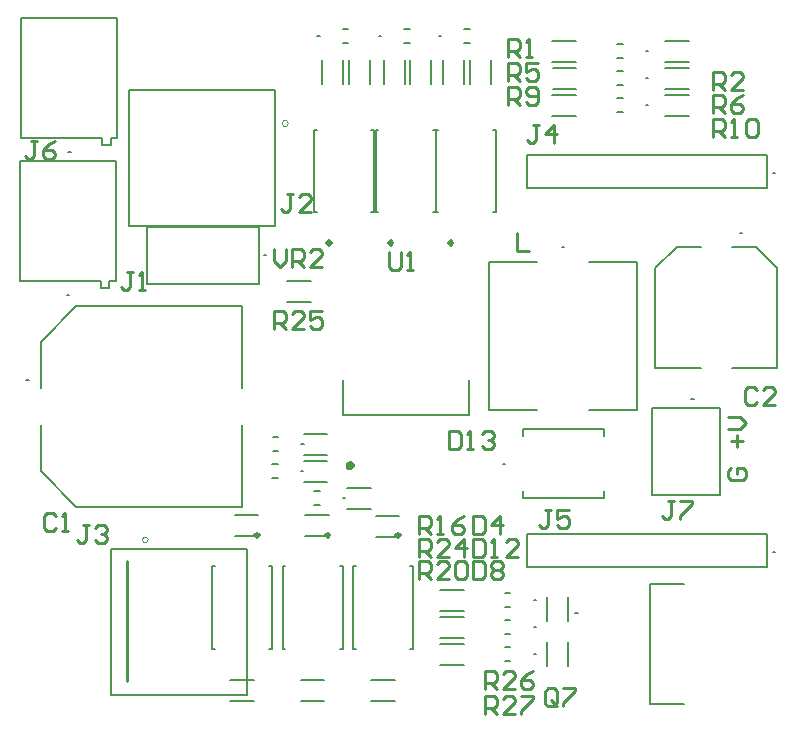
<source format=gto>
G04*
G04 #@! TF.GenerationSoftware,Altium Limited,Altium Designer,19.0.10 (269)*
G04*
G04 Layer_Color=65535*
%FSLAX25Y25*%
%MOIN*%
G70*
G01*
G75*
%ADD10C,0.00787*%
%ADD11C,0.01181*%
%ADD12C,0.01575*%
%ADD13C,0.00000*%
%ADD14C,0.00500*%
%ADD15C,0.01000*%
D10*
X243339Y490000D02*
X242551D01*
X243339D01*
X223339D02*
X222551D01*
X223339D01*
X202839D02*
X202051D01*
X202839D01*
X264709Y347500D02*
X263921D01*
X264709D01*
X197520Y354000D02*
X196732D01*
X197520D01*
X274949Y284000D02*
X274161D01*
X274949D01*
Y293000D02*
X274161D01*
X274949D01*
X312449Y485000D02*
X311661D01*
X312449D01*
Y476000D02*
X311661D01*
X312449D01*
X284394Y419803D02*
X283606D01*
X284394D01*
X185063Y417000D02*
X184276D01*
X185063D01*
X354579Y318000D02*
X353791D01*
X354579D01*
X288784Y297736D02*
X287996D01*
X288784D01*
X197449Y345000D02*
X196661D01*
X197449D01*
X312449Y467000D02*
X311661D01*
X312449D01*
X211378Y336000D02*
X210591D01*
X211378D01*
X274949Y302000D02*
X274161D01*
X274949D01*
X327461Y368980D02*
X326673D01*
X327461D01*
X354579Y444500D02*
X353791D01*
X354579D01*
X343661Y424303D02*
X342874D01*
X343661D01*
X119894Y451394D02*
X119106D01*
X119894D01*
X119394Y403614D02*
X118606D01*
X119394D01*
X105831Y375358D02*
X105043D01*
X105831D01*
D11*
X247091Y420984D02*
X246500Y421575D01*
X245910Y420984D01*
X246500Y420394D01*
X247091Y420984D01*
X227091D02*
X226500Y421575D01*
X225909Y420984D01*
X226500Y420394D01*
X227091Y420984D01*
X206591D02*
X206000Y421575D01*
X205410Y420984D01*
X206000Y420394D01*
X206591Y420984D01*
X229591Y323516D02*
X229000Y324106D01*
X228410Y323516D01*
X229000Y322925D01*
X229591Y323516D01*
X206090D02*
X205500Y324106D01*
X204909Y323516D01*
X205500Y322925D01*
X206090Y323516D01*
X182591D02*
X182000Y324106D01*
X181409Y323516D01*
X182000Y322925D01*
X182591Y323516D01*
D12*
X213587Y346972D02*
X213042Y347721D01*
X212162Y347435D01*
Y346510D01*
X213042Y346224D01*
X213587Y346972D01*
D13*
X145468Y322295D02*
X144968Y323161D01*
X143968D01*
X143468Y322295D01*
X143968Y321429D01*
X144968D01*
X145468Y322295D01*
X192138Y461031D02*
X191638Y461898D01*
X190638D01*
X190138Y461031D01*
X190638Y460166D01*
X191638D01*
X192138Y461031D01*
D14*
X251095Y487539D02*
X252906D01*
X251095Y492461D02*
X252906D01*
X260004Y474063D02*
Y481937D01*
X252996Y474063D02*
Y481937D01*
X251004Y474063D02*
Y481937D01*
X243996Y474063D02*
Y481937D01*
X231095Y487539D02*
X232906D01*
X231095Y492461D02*
X232906D01*
X210595Y487539D02*
X212405D01*
X210595Y492461D02*
X212405D01*
X260569Y431220D02*
X261500D01*
Y458779D01*
X260569D02*
X261500D01*
X241500D02*
X242431D01*
X241500Y431220D02*
Y458779D01*
Y431220D02*
X242431D01*
X240569D02*
X241500D01*
Y458779D01*
X240569D02*
X241500D01*
X221500D02*
X222431D01*
X221500Y431220D02*
Y458779D01*
Y431220D02*
X222431D01*
X220069D02*
X221000D01*
Y458779D01*
X220069D02*
X221000D01*
X201000D02*
X201931D01*
X201000Y431220D02*
Y458779D01*
Y431220D02*
X201931D01*
X240004Y474063D02*
Y481937D01*
X232996Y474063D02*
Y481937D01*
X231185Y474063D02*
Y481937D01*
X224177Y474063D02*
Y481937D01*
X219504Y474063D02*
Y481937D01*
X212496Y474063D02*
Y481937D01*
X210504Y474063D02*
Y481937D01*
X203496Y474063D02*
Y481937D01*
X270466Y359114D02*
X297533D01*
X270466Y335886D02*
X297533D01*
Y338445D01*
Y356555D02*
Y359114D01*
X270466Y335886D02*
Y338445D01*
Y356555D02*
Y359114D01*
X187165Y356461D02*
X188976D01*
X187165Y351539D02*
X188976D01*
X264595Y286461D02*
X266406D01*
X264595Y281539D02*
X266406D01*
X264595Y295461D02*
X266406D01*
X264595Y290539D02*
X266406D01*
X214000Y313280D02*
X214931D01*
X214000Y285720D02*
Y313280D01*
Y285720D02*
X214931D01*
X233069D02*
X234000D01*
Y313280D01*
X233069D02*
X234000D01*
X220063Y268496D02*
X227937D01*
X220063Y275504D02*
X227937D01*
X196563Y268496D02*
X204437D01*
X196563Y275504D02*
X204437D01*
X173063Y268496D02*
X180937D01*
X173063Y275504D02*
X180937D01*
X190500Y313280D02*
X191431D01*
X190500Y285720D02*
Y313280D01*
Y285720D02*
X191431D01*
X209569D02*
X210500D01*
Y313280D01*
X209569D02*
X210500D01*
X167000D02*
X167931D01*
X167000Y285720D02*
Y313280D01*
Y285720D02*
X167931D01*
X186069D02*
X187000D01*
Y313280D01*
X186069D02*
X187000D01*
X302095Y487461D02*
X303906D01*
X302095Y482539D02*
X303906D01*
X302095Y478461D02*
X303906D01*
X302095Y473539D02*
X303906D01*
X259394Y365394D02*
X275339D01*
X259394D02*
Y414606D01*
X275339D01*
X292661Y365394D02*
X308606D01*
Y414606D01*
X292661D02*
X308606D01*
X252484Y363705D02*
Y375197D01*
X210516Y363705D02*
X252484D01*
X210516D02*
Y375197D01*
X192063Y408504D02*
X199937D01*
X192063Y401496D02*
X199937D01*
X145240Y426488D02*
X182760D01*
Y407472D02*
Y426488D01*
X145240Y407472D02*
Y426488D01*
Y407472D02*
X182760D01*
X178720Y270327D02*
Y319146D01*
X133445Y270327D02*
X178720D01*
X133445D02*
Y319146D01*
X178720D01*
X139169Y426780D02*
X187988D01*
X139169D02*
Y472055D01*
X187988D01*
Y426780D02*
Y472055D01*
X272000Y312882D02*
X352000D01*
X272000D02*
Y323905D01*
X352000D01*
Y312882D02*
Y323905D01*
X312996Y307500D02*
X324413D01*
X312996Y267500D02*
Y307500D01*
Y267500D02*
X324413D01*
X187094Y342539D02*
X188906D01*
X187094Y347461D02*
X188906D01*
X302095Y464539D02*
X303906D01*
X302095Y469461D02*
X303906D01*
X201024Y333539D02*
X202835D01*
X201024Y338461D02*
X202835D01*
X264595Y299539D02*
X266406D01*
X264595Y304461D02*
X266406D01*
X313681Y366067D02*
X336319D01*
Y336933D02*
Y366067D01*
X313681Y336933D02*
X336319D01*
X313681D02*
Y366067D01*
X352000Y439382D02*
Y450406D01*
X272000D02*
X352000D01*
X272000Y439382D02*
Y450406D01*
Y439382D02*
X352000D01*
X174563Y323496D02*
X182437D01*
X174563Y330504D02*
X182437D01*
X221563Y322996D02*
X229437D01*
X221563Y330004D02*
X229437D01*
X212063Y332496D02*
X219937D01*
X212063Y339504D02*
X219937D01*
X198063Y323496D02*
X205937D01*
X198063Y330504D02*
X205937D01*
X197563Y341496D02*
X205437D01*
X197563Y348504D02*
X205437D01*
X197563Y350496D02*
X205437D01*
X197563Y357504D02*
X205437D01*
X280382Y488504D02*
X288256D01*
X280382Y481496D02*
X288256D01*
X280563Y479504D02*
X288437D01*
X280563Y472496D02*
X288437D01*
X280382Y470504D02*
X288256D01*
X280382Y463496D02*
X288256D01*
X318063Y488504D02*
X325937D01*
X318063Y481496D02*
X325937D01*
X318063Y479504D02*
X325937D01*
X318063Y472496D02*
X325937D01*
X318063Y470504D02*
X325937D01*
X318063Y463496D02*
X325937D01*
X243063Y287504D02*
X250937D01*
X243063Y280496D02*
X250937D01*
X243063Y296504D02*
X250937D01*
X243063Y289496D02*
X250937D01*
X243063Y305504D02*
X250937D01*
X243063Y298496D02*
X250937D01*
X285504Y280063D02*
Y287937D01*
X278496Y280063D02*
Y287937D01*
X285504Y295063D02*
Y302937D01*
X278496Y295063D02*
Y302937D01*
X314724Y379224D02*
X329803D01*
X340197D02*
X355276D01*
X321811Y419776D02*
X329803D01*
X340197D02*
X348189D01*
X355276Y412689D01*
Y379224D02*
Y412689D01*
X314724Y379224D02*
Y412689D01*
X321811Y419776D01*
X103358Y456000D02*
X130378D01*
Y453756D02*
Y456000D01*
Y453756D02*
X133189D01*
Y456000D01*
X135445D01*
Y496000D01*
X103358D02*
X135445D01*
X103358Y456000D02*
Y496000D01*
X102858Y408220D02*
X129878D01*
Y405976D02*
Y408220D01*
Y405976D02*
X132689D01*
Y408220D01*
X134945D01*
Y448220D01*
X102858D02*
X134945D01*
X102858Y408220D02*
Y448220D01*
X176894Y333035D02*
Y360319D01*
Y372681D02*
Y399965D01*
X109965Y344847D02*
Y360319D01*
Y372681D02*
Y388154D01*
X121776Y399965D01*
X176894D01*
X121776Y333035D02*
X176894D01*
X109965Y344847D02*
X121776Y333035D01*
D15*
X138500Y275000D02*
Y315000D01*
X342001Y353000D02*
Y356999D01*
X340002Y354999D02*
X344000D01*
X339002Y358998D02*
X343001D01*
X345000Y360997D01*
X343001Y362997D01*
X339002D01*
X340002Y345999D02*
X339002Y344999D01*
Y343000D01*
X340002Y342000D01*
X344000D01*
X345000Y343000D01*
Y344999D01*
X344000Y345999D01*
X342001D01*
Y343999D01*
X125999Y326998D02*
X123999D01*
X124999D01*
Y322000D01*
X123999Y321000D01*
X123000D01*
X122000Y322000D01*
X127998Y325998D02*
X128998Y326998D01*
X130997D01*
X131997Y325998D01*
Y324999D01*
X130997Y323999D01*
X129997D01*
X130997D01*
X131997Y322999D01*
Y322000D01*
X130997Y321000D01*
X128998D01*
X127998Y322000D01*
X226000Y417998D02*
Y413000D01*
X227000Y412000D01*
X228999D01*
X229999Y413000D01*
Y417998D01*
X231998Y412000D02*
X233997D01*
X232998D01*
Y417998D01*
X231998Y416998D01*
X321066Y334919D02*
X319066D01*
X320066D01*
Y329921D01*
X319066Y328921D01*
X318067D01*
X317067Y329921D01*
X323065Y334919D02*
X327064D01*
Y333920D01*
X323065Y329921D01*
Y328921D01*
X246000Y358498D02*
Y352500D01*
X248999D01*
X249999Y353500D01*
Y357498D01*
X248999Y358498D01*
X246000D01*
X251998Y352500D02*
X253997D01*
X252998D01*
Y358498D01*
X251998Y357498D01*
X256996D02*
X257996Y358498D01*
X259996D01*
X260995Y357498D01*
Y356499D01*
X259996Y355499D01*
X258996D01*
X259996D01*
X260995Y354499D01*
Y353500D01*
X259996Y352500D01*
X257996D01*
X256996Y353500D01*
X279999Y331998D02*
X277999D01*
X278999D01*
Y327000D01*
X277999Y326000D01*
X277000D01*
X276000Y327000D01*
X285997Y331998D02*
X281998D01*
Y328999D01*
X283997Y329999D01*
X284997D01*
X285997Y328999D01*
Y327000D01*
X284997Y326000D01*
X282998D01*
X281998Y327000D01*
X275899Y460498D02*
X273899D01*
X274899D01*
Y455500D01*
X273899Y454500D01*
X272900D01*
X271900Y455500D01*
X280897Y454500D02*
Y460498D01*
X277898Y457499D01*
X281897D01*
X187500Y418998D02*
Y414999D01*
X189499Y413000D01*
X191499Y414999D01*
Y418998D01*
X193498Y413000D02*
Y418998D01*
X196497D01*
X197497Y417998D01*
Y415999D01*
X196497Y414999D01*
X193498D01*
X195497D02*
X197497Y413000D01*
X203495D02*
X199496D01*
X203495Y416999D01*
Y417998D01*
X202495Y418998D01*
X200496D01*
X199496Y417998D01*
X258000Y264000D02*
Y269998D01*
X260999D01*
X261999Y268998D01*
Y266999D01*
X260999Y265999D01*
X258000D01*
X259999D02*
X261999Y264000D01*
X267997D02*
X263998D01*
X267997Y267999D01*
Y268998D01*
X266997Y269998D01*
X264998D01*
X263998Y268998D01*
X269996Y269998D02*
X273995D01*
Y268998D01*
X269996Y265000D01*
Y264000D01*
X258000Y272500D02*
Y278498D01*
X260999D01*
X261999Y277498D01*
Y275499D01*
X260999Y274499D01*
X258000D01*
X259999D02*
X261999Y272500D01*
X267997D02*
X263998D01*
X267997Y276499D01*
Y277498D01*
X266997Y278498D01*
X264998D01*
X263998Y277498D01*
X273995Y278498D02*
X271995Y277498D01*
X269996Y275499D01*
Y273500D01*
X270996Y272500D01*
X272995D01*
X273995Y273500D01*
Y274499D01*
X272995Y275499D01*
X269996D01*
X187500Y392500D02*
Y398498D01*
X190499D01*
X191499Y397498D01*
Y395499D01*
X190499Y394499D01*
X187500D01*
X189499D02*
X191499Y392500D01*
X197497D02*
X193498D01*
X197497Y396499D01*
Y397498D01*
X196497Y398498D01*
X194498D01*
X193498Y397498D01*
X203495Y398498D02*
X199496D01*
Y395499D01*
X201496Y396499D01*
X202495D01*
X203495Y395499D01*
Y393500D01*
X202495Y392500D01*
X200496D01*
X199496Y393500D01*
X236000Y316500D02*
Y322498D01*
X238999D01*
X239999Y321498D01*
Y319499D01*
X238999Y318499D01*
X236000D01*
X237999D02*
X239999Y316500D01*
X245997D02*
X241998D01*
X245997Y320499D01*
Y321498D01*
X244997Y322498D01*
X242998D01*
X241998Y321498D01*
X250995Y316500D02*
Y322498D01*
X247996Y319499D01*
X251995D01*
X236000Y309000D02*
Y314998D01*
X238999D01*
X239999Y313998D01*
Y311999D01*
X238999Y310999D01*
X236000D01*
X237999D02*
X239999Y309000D01*
X245997D02*
X241998D01*
X245997Y312999D01*
Y313998D01*
X244997Y314998D01*
X242998D01*
X241998Y313998D01*
X247996D02*
X248996Y314998D01*
X250995D01*
X251995Y313998D01*
Y310000D01*
X250995Y309000D01*
X248996D01*
X247996Y310000D01*
Y313998D01*
X236000Y323905D02*
Y329904D01*
X238999D01*
X239999Y328904D01*
Y326905D01*
X238999Y325905D01*
X236000D01*
X237999D02*
X239999Y323905D01*
X241998D02*
X243997D01*
X242998D01*
Y329904D01*
X241998Y328904D01*
X250995Y329904D02*
X248996Y328904D01*
X246996Y326905D01*
Y324905D01*
X247996Y323905D01*
X249995D01*
X250995Y324905D01*
Y325905D01*
X249995Y326905D01*
X246996D01*
X334000Y456500D02*
Y462498D01*
X336999D01*
X337999Y461498D01*
Y459499D01*
X336999Y458499D01*
X334000D01*
X335999D02*
X337999Y456500D01*
X339998D02*
X341997D01*
X340998D01*
Y462498D01*
X339998Y461498D01*
X344996D02*
X345996Y462498D01*
X347995D01*
X348995Y461498D01*
Y457500D01*
X347995Y456500D01*
X345996D01*
X344996Y457500D01*
Y461498D01*
X265500Y467000D02*
Y472998D01*
X268499D01*
X269499Y471998D01*
Y469999D01*
X268499Y468999D01*
X265500D01*
X267499D02*
X269499Y467000D01*
X271498Y468000D02*
X272498Y467000D01*
X274497D01*
X275497Y468000D01*
Y471998D01*
X274497Y472998D01*
X272498D01*
X271498Y471998D01*
Y470999D01*
X272498Y469999D01*
X275497D01*
X334000Y464500D02*
Y470498D01*
X336999D01*
X337999Y469498D01*
Y467499D01*
X336999Y466499D01*
X334000D01*
X335999D02*
X337999Y464500D01*
X343997Y470498D02*
X341997Y469498D01*
X339998Y467499D01*
Y465500D01*
X340998Y464500D01*
X342997D01*
X343997Y465500D01*
Y466499D01*
X342997Y467499D01*
X339998D01*
X265500Y475000D02*
Y480998D01*
X268499D01*
X269499Y479998D01*
Y477999D01*
X268499Y476999D01*
X265500D01*
X267499D02*
X269499Y475000D01*
X275497Y480998D02*
X271498D01*
Y477999D01*
X273497Y478999D01*
X274497D01*
X275497Y477999D01*
Y476000D01*
X274497Y475000D01*
X272498D01*
X271498Y476000D01*
X334000Y472000D02*
Y477998D01*
X336999D01*
X337999Y476998D01*
Y474999D01*
X336999Y473999D01*
X334000D01*
X335999D02*
X337999Y472000D01*
X343997D02*
X339998D01*
X343997Y475999D01*
Y476998D01*
X342997Y477998D01*
X340998D01*
X339998Y476998D01*
X265500Y483000D02*
Y488998D01*
X268499D01*
X269499Y487998D01*
Y485999D01*
X268499Y484999D01*
X265500D01*
X267499D02*
X269499Y483000D01*
X271498D02*
X273497D01*
X272498D01*
Y488998D01*
X271498Y487998D01*
X281971Y267605D02*
X281865Y271603D01*
X280839Y272575D01*
X278840Y272522D01*
X277867Y271497D01*
X277974Y267499D01*
X278999Y266527D01*
X280998Y266580D01*
X279946Y268552D02*
X281997Y266606D01*
X280998Y266580D02*
X281971Y267605D01*
X283837Y272655D02*
X287834Y272761D01*
X287861Y271762D01*
X283969Y267658D01*
X283996Y266659D01*
X268500Y424498D02*
Y418500D01*
X272499D01*
X108499Y454998D02*
X106499D01*
X107499D01*
Y450000D01*
X106499Y449000D01*
X105500D01*
X104500Y450000D01*
X114497Y454998D02*
X112497Y453998D01*
X110498Y451999D01*
Y450000D01*
X111498Y449000D01*
X113497D01*
X114497Y450000D01*
Y450999D01*
X113497Y451999D01*
X110498D01*
X193999Y437219D02*
X191999D01*
X192999D01*
Y432220D01*
X191999Y431220D01*
X191000D01*
X190000Y432220D01*
X199997Y431220D02*
X195998D01*
X199997Y435219D01*
Y436219D01*
X198997Y437219D01*
X196998D01*
X195998Y436219D01*
X140499Y411498D02*
X138499D01*
X139499D01*
Y406500D01*
X138499Y405500D01*
X137500D01*
X136500Y406500D01*
X142498Y405500D02*
X144497D01*
X143498D01*
Y411498D01*
X142498Y410498D01*
X254000Y322498D02*
Y316500D01*
X256999D01*
X257999Y317500D01*
Y321498D01*
X256999Y322498D01*
X254000D01*
X259998Y316500D02*
X261997D01*
X260998D01*
Y322498D01*
X259998Y321498D01*
X268995Y316500D02*
X264996D01*
X268995Y320499D01*
Y321498D01*
X267996Y322498D01*
X265996D01*
X264996Y321498D01*
X254000Y314998D02*
Y309000D01*
X256999D01*
X257999Y310000D01*
Y313998D01*
X256999Y314998D01*
X254000D01*
X259998Y313998D02*
X260998Y314998D01*
X262997D01*
X263997Y313998D01*
Y312999D01*
X262997Y311999D01*
X263997Y310999D01*
Y310000D01*
X262997Y309000D01*
X260998D01*
X259998Y310000D01*
Y310999D01*
X260998Y311999D01*
X259998Y312999D01*
Y313998D01*
X260998Y311999D02*
X262997D01*
X254000Y329998D02*
Y324000D01*
X256999D01*
X257999Y325000D01*
Y328998D01*
X256999Y329998D01*
X254000D01*
X262997Y324000D02*
Y329998D01*
X259998Y326999D01*
X263997D01*
X348499Y371998D02*
X347499Y372998D01*
X345500D01*
X344500Y371998D01*
Y368000D01*
X345500Y367000D01*
X347499D01*
X348499Y368000D01*
X354497Y367000D02*
X350498D01*
X354497Y370999D01*
Y371998D01*
X353497Y372998D01*
X351498D01*
X350498Y371998D01*
X114999Y329998D02*
X113999Y330998D01*
X112000D01*
X111000Y329998D01*
Y326000D01*
X112000Y325000D01*
X113999D01*
X114999Y326000D01*
X116998Y325000D02*
X118997D01*
X117998D01*
Y330998D01*
X116998Y329998D01*
M02*

</source>
